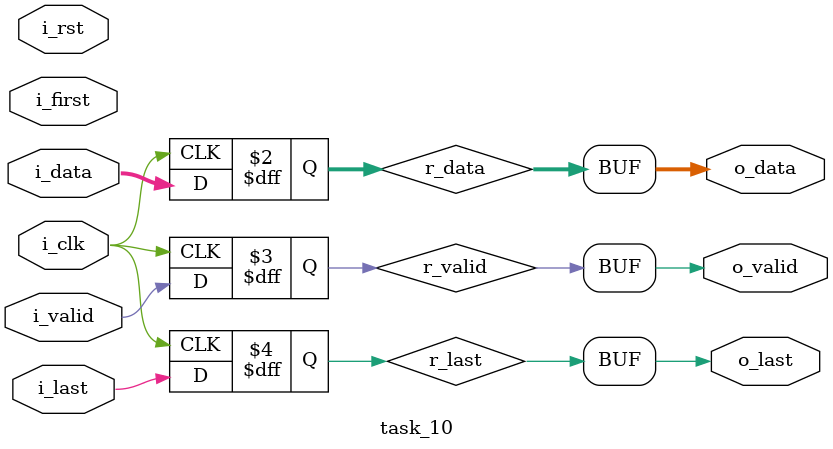
<source format=sv>
`timescale 1ns / 1ps
module task_10 #(
    parameter int TASK_INPUT_WIDTH  = 32,
    parameter int TASK_OUTPUT_WIDTH = 32
) (
  input                         i_clk,
  input                         i_rst,

  input                         i_valid,
  input                         i_first,
  input                         i_last,
  input [TASK_INPUT_WIDTH-1:0]  i_data,

  output logic                  o_valid,
  output logic                  o_last,
  output logic [TASK_OUTPUT_WIDTH-1:0] o_data
);

  logic [TASK_OUTPUT_WIDTH-1:0] r_data; // Just a dummy register. Replace with your code.
  logic r_valid; // Just a dummy register. Replace with your code.
  logic r_last; // Just a dummy register. Replace with your code.

  always@(posedge i_clk) begin
    r_data <= i_data; // Just a dummy assignement. Replace with your code.
    r_valid <= i_valid; // Just a dummy assignement. Replace with your code.
    r_last <= i_last; // Just a dummy assignement. Replace with your code.
  end

  assign o_data = r_data; // Just a dummy assignement. Replace with your code.
  assign o_valid = r_valid; // Just a dummy assignement. Replace with your code.
  assign o_last = r_last; // Just a dummy assignement. Replace with your code.


endmodule

</source>
